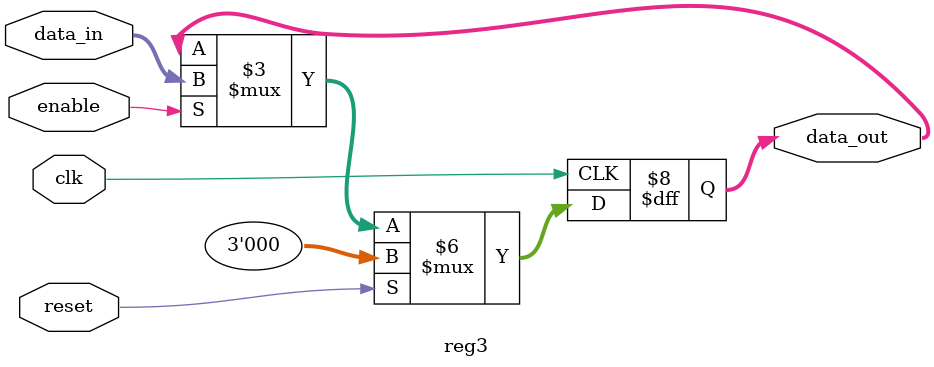
<source format=sv>
module reg3(
  input [2:0] data_in,
  output logic[2:0] data_out,
  input clk,
        enable,
		reset);

  always_ff @(posedge clk)
	if(reset)
	  data_out <= 3'b0;
    else if (enable)
	  data_out <= data_in;
	else					// optional
	  data_out <= data_out; // needed?

endmodule
</source>
